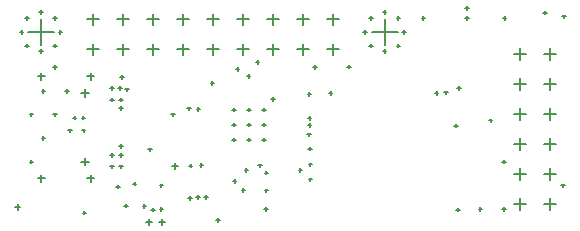
<source format=gbr>
%TF.GenerationSoftware,Altium Limited,Altium Designer,24.10.1 (45)*%
G04 Layer_Color=128*
%FSLAX43Y43*%
%MOMM*%
%TF.SameCoordinates,E964AE8D-A23B-4269-A803-6D3AB4905576*%
%TF.FilePolarity,Positive*%
%TF.FileFunction,Drillmap*%
%TF.Part,Single*%
G01*
G75*
%TA.AperFunction,NonConductor*%
%ADD101C,0.127*%
D101*
X6278Y11890D02*
X6927D01*
X6602Y11565D02*
Y12215D01*
X6278Y6110D02*
X6927D01*
X6602Y5785D02*
Y6435D01*
X6802Y13320D02*
X7403D01*
X7102Y13020D02*
Y13620D01*
X2622Y13320D02*
X3223D01*
X2922Y13020D02*
Y13620D01*
X6802Y4680D02*
X7403D01*
X7102Y4380D02*
Y4980D01*
X2622Y4680D02*
X3223D01*
X2922Y4380D02*
Y4980D01*
X22040Y18140D02*
X23040D01*
X22540Y17640D02*
Y18640D01*
X24580Y18140D02*
X25580D01*
X25080Y17640D02*
Y18640D01*
X19500Y18140D02*
X20500D01*
X20000Y17640D02*
Y18640D01*
X27120Y18140D02*
X28120D01*
X27620Y17640D02*
Y18640D01*
X14420Y18140D02*
X15420D01*
X14920Y17640D02*
Y18640D01*
X16960Y18140D02*
X17960D01*
X17460Y17640D02*
Y18640D01*
X11880Y18140D02*
X12880D01*
X12380Y17640D02*
Y18640D01*
X11880Y15600D02*
X12880D01*
X12380Y15100D02*
Y16100D01*
X9340Y15600D02*
X10340D01*
X9840Y15100D02*
Y16100D01*
X27120Y15600D02*
X28120D01*
X27620Y15100D02*
Y16100D01*
X24580Y15600D02*
X25580D01*
X25080Y15100D02*
Y16100D01*
X16960Y15600D02*
X17960D01*
X17460Y15100D02*
Y16100D01*
X14420Y15600D02*
X15420D01*
X14920Y15100D02*
Y16100D01*
X22040Y15600D02*
X23040D01*
X22540Y15100D02*
Y16100D01*
X19500Y15600D02*
X20500D01*
X20000Y15100D02*
Y16100D01*
X9340Y18140D02*
X10340D01*
X9840Y17640D02*
Y18640D01*
X6800Y15600D02*
X7800D01*
X7300Y15100D02*
Y16100D01*
X6800Y18140D02*
X7800D01*
X7300Y17640D02*
Y18640D01*
X45500Y7580D02*
X46500D01*
X46000Y7080D02*
Y8080D01*
X45500Y10120D02*
X46500D01*
X46000Y9620D02*
Y10620D01*
X45500Y5040D02*
X46500D01*
X46000Y4540D02*
Y5540D01*
X45500Y15200D02*
X46500D01*
X46000Y14700D02*
Y15700D01*
X42960Y15200D02*
X43960D01*
X43460Y14700D02*
Y15700D01*
X45500Y12660D02*
X46500D01*
X46000Y12160D02*
Y13160D01*
X45500Y2500D02*
X46500D01*
X46000Y2000D02*
Y3000D01*
X42960Y2500D02*
X43960D01*
X43460Y2000D02*
Y3000D01*
X42960Y10120D02*
X43960D01*
X43460Y9620D02*
Y10620D01*
X42960Y12660D02*
X43960D01*
X43460Y12160D02*
Y13160D01*
X42960Y5040D02*
X43960D01*
X43460Y4540D02*
Y5540D01*
X42960Y7580D02*
X43960D01*
X43460Y7080D02*
Y8080D01*
X33017Y18267D02*
X33317D01*
X33167Y18117D02*
Y18417D01*
X33500Y17100D02*
X33800D01*
X33650Y16950D02*
Y17250D01*
X31850Y18750D02*
X32150D01*
X32000Y18600D02*
Y18900D01*
X33017Y15933D02*
X33317D01*
X33167Y15783D02*
Y16083D01*
X31850Y15450D02*
X32150D01*
X32000Y15300D02*
Y15600D01*
X30683Y15933D02*
X30983D01*
X30833Y15783D02*
Y16083D01*
X30900Y17100D02*
X33100D01*
X32000Y16000D02*
Y18200D01*
X30683Y18267D02*
X30983D01*
X30833Y18117D02*
Y18417D01*
X30200Y17100D02*
X30500D01*
X30350Y16950D02*
Y17250D01*
X3917Y18267D02*
X4217D01*
X4067Y18117D02*
Y18417D01*
X4400Y17100D02*
X4700D01*
X4550Y16950D02*
Y17250D01*
X2750Y18750D02*
X3050D01*
X2900Y18600D02*
Y18900D01*
X3917Y15933D02*
X4217D01*
X4067Y15783D02*
Y16083D01*
X2750Y15450D02*
X3050D01*
X2900Y15300D02*
Y15600D01*
X1583Y15933D02*
X1883D01*
X1733Y15783D02*
Y16083D01*
X1800Y17100D02*
X4000D01*
X2900Y16000D02*
Y18200D01*
X1583Y18267D02*
X1883D01*
X1733Y18117D02*
Y18417D01*
X1100Y17100D02*
X1400D01*
X1250Y16950D02*
Y17250D01*
X21620Y10513D02*
X21920D01*
X21770Y10363D02*
Y10663D01*
X20350Y9243D02*
X20650D01*
X20500Y9093D02*
Y9393D01*
X20350Y10513D02*
X20650D01*
X20500Y10363D02*
Y10663D01*
X21620Y9243D02*
X21920D01*
X21770Y9093D02*
Y9393D01*
X20350Y7973D02*
X20650D01*
X20500Y7823D02*
Y8123D01*
X21620Y7973D02*
X21920D01*
X21770Y7823D02*
Y8123D01*
X19080Y9243D02*
X19380D01*
X19230Y9093D02*
Y9393D01*
X19080Y10513D02*
X19380D01*
X19230Y10363D02*
Y10663D01*
X19080Y7973D02*
X19380D01*
X19230Y7823D02*
Y8123D01*
X46944Y4094D02*
X47244D01*
X47094Y3944D02*
Y4244D01*
X41944Y6094D02*
X42244D01*
X42094Y5944D02*
Y6244D01*
X41944Y2094D02*
X42244D01*
X42094Y1944D02*
Y2244D01*
X39944Y2094D02*
X40244D01*
X40094Y1944D02*
Y2244D01*
X25944Y14094D02*
X26244D01*
X26094Y13944D02*
Y14244D01*
X13944Y10094D02*
X14244D01*
X14094Y9944D02*
Y10244D01*
X12944Y4094D02*
X13244D01*
X13094Y3944D02*
Y4244D01*
X3944Y14094D02*
X4244D01*
X4094Y13944D02*
Y14244D01*
X4944Y12094D02*
X5244D01*
X5094Y11944D02*
Y12244D01*
X3944Y10094D02*
X4244D01*
X4094Y9944D02*
Y10244D01*
X2944Y12094D02*
X3244D01*
X3094Y11944D02*
Y12244D01*
X1944Y10094D02*
X2244D01*
X2094Y9944D02*
Y10244D01*
X2944Y8094D02*
X3244D01*
X3094Y7944D02*
Y8244D01*
X1944Y6094D02*
X2244D01*
X2094Y5944D02*
Y6244D01*
X45418Y18720D02*
X45718D01*
X45568Y18570D02*
Y18870D01*
X47032Y18404D02*
X47332D01*
X47182Y18254D02*
Y18554D01*
X40820Y9601D02*
X41120D01*
X40970Y9451D02*
Y9751D01*
X37899Y9144D02*
X38199D01*
X38049Y8994D02*
Y9294D01*
X27265Y11906D02*
X27565D01*
X27415Y11756D02*
Y12056D01*
X28831Y14148D02*
X29131D01*
X28981Y13998D02*
Y14298D01*
X25479Y11811D02*
X25779D01*
X25629Y11661D02*
Y11961D01*
X17265Y12745D02*
X17565D01*
X17415Y12595D02*
Y12895D01*
X6333Y9830D02*
X6633D01*
X6483Y9680D02*
Y9980D01*
X6350Y8746D02*
X6650D01*
X6500Y8596D02*
Y8896D01*
X19389Y13923D02*
X19688D01*
X19538Y13773D02*
Y14073D01*
X20329Y13336D02*
X20629D01*
X20479Y13186D02*
Y13486D01*
X21095Y14555D02*
X21395D01*
X21245Y14405D02*
Y14705D01*
X22410Y11401D02*
X22710D01*
X22560Y11251D02*
Y11551D01*
X20145Y5402D02*
X20445D01*
X20295Y5252D02*
Y5552D01*
X24709Y5379D02*
X25009D01*
X24859Y5229D02*
Y5529D01*
X21270Y5784D02*
X21570D01*
X21420Y5634D02*
Y5934D01*
X25561Y5862D02*
X25861D01*
X25711Y5712D02*
Y6012D01*
X25507Y7205D02*
X25807D01*
X25657Y7055D02*
Y7355D01*
X16084Y10572D02*
X16384D01*
X16234Y10422D02*
Y10722D01*
X17750Y1168D02*
X18050D01*
X17900Y1018D02*
Y1318D01*
X38077Y2032D02*
X38377D01*
X38227Y1882D02*
Y2182D01*
X663Y2234D02*
X1163D01*
X913Y1984D02*
Y2484D01*
X36242Y11923D02*
X36542D01*
X36392Y11773D02*
Y12073D01*
X5212Y8740D02*
X5512D01*
X5362Y8590D02*
Y8890D01*
X5604Y9828D02*
X5904D01*
X5754Y9678D02*
Y9978D01*
X15272Y10613D02*
X15572D01*
X15422Y10463D02*
Y10763D01*
X25485Y9812D02*
X25785D01*
X25635Y9662D02*
Y9962D01*
X25485Y9218D02*
X25785D01*
X25635Y9068D02*
Y9368D01*
X12941Y2082D02*
X13241D01*
X13091Y1932D02*
Y2232D01*
X12216Y2047D02*
X12516D01*
X12366Y1897D02*
Y2197D01*
X21825Y5166D02*
X22125D01*
X21975Y5016D02*
Y5316D01*
X9596Y13284D02*
X9896D01*
X9746Y13134D02*
Y13434D01*
X10054Y12219D02*
X10354D01*
X10204Y12069D02*
Y12369D01*
X16329Y5795D02*
X16629D01*
X16479Y5645D02*
Y5945D01*
X15419Y5773D02*
X15719D01*
X15569Y5623D02*
Y5923D01*
X25463Y8405D02*
X25763D01*
X25613Y8255D02*
Y8555D01*
X25559Y4595D02*
X25859D01*
X25709Y4445D02*
Y4745D01*
X21811Y2110D02*
X22111D01*
X21961Y1960D02*
Y2260D01*
X21837Y3666D02*
X22137D01*
X21987Y3516D02*
Y3816D01*
X14015Y5730D02*
X14515D01*
X14265Y5480D02*
Y5980D01*
X12889Y1008D02*
X13389D01*
X13139Y758D02*
Y1258D01*
X11762Y1008D02*
X12262D01*
X12012Y758D02*
Y1258D01*
X11983Y7147D02*
X12283D01*
X12133Y6997D02*
Y7297D01*
X10675Y4248D02*
X10975D01*
X10825Y4098D02*
Y4398D01*
X9286Y3984D02*
X9586D01*
X9436Y3834D02*
Y4134D01*
X11499Y2342D02*
X11799D01*
X11649Y2192D02*
Y2492D01*
X9965Y2369D02*
X10265D01*
X10115Y2219D02*
Y2519D01*
X16724Y3093D02*
X17024D01*
X16874Y2943D02*
Y3243D01*
X16031Y3086D02*
X16331D01*
X16181Y2936D02*
Y3236D01*
X15355Y3042D02*
X15655D01*
X15505Y2892D02*
Y3192D01*
X19878Y3701D02*
X20178D01*
X20028Y3551D02*
Y3851D01*
X19138Y4452D02*
X19438D01*
X19288Y4302D02*
Y4602D01*
X6420Y1777D02*
X6720D01*
X6570Y1627D02*
Y1927D01*
X9502Y11355D02*
X9802D01*
X9652Y11205D02*
Y11505D01*
X9502Y10644D02*
X9802D01*
X9652Y10494D02*
Y10794D01*
X8765Y11355D02*
X9065D01*
X8915Y11205D02*
Y11505D01*
X8765Y12319D02*
X9065D01*
X8915Y12169D02*
Y12469D01*
X8765Y6669D02*
X9065D01*
X8915Y6519D02*
Y6819D01*
X9502Y6669D02*
X9802D01*
X9652Y6519D02*
Y6819D01*
X9502Y7406D02*
X9802D01*
X9652Y7256D02*
Y7556D01*
X8765Y5705D02*
X9065D01*
X8915Y5555D02*
Y5855D01*
X9502Y5705D02*
X9802D01*
X9652Y5555D02*
Y5855D01*
X9437Y12322D02*
X9737D01*
X9587Y12172D02*
Y12472D01*
X38803Y19092D02*
X39103D01*
X38953Y18942D02*
Y19242D01*
X38805Y18274D02*
X39105D01*
X38955Y18124D02*
Y18424D01*
X38143Y12333D02*
X38443D01*
X38293Y12183D02*
Y12483D01*
X37052Y11955D02*
X37352D01*
X37202Y11805D02*
Y12105D01*
X41995Y18265D02*
X42295D01*
X42145Y18115D02*
Y18415D01*
X35122Y18243D02*
X35422D01*
X35272Y18093D02*
Y18393D01*
%TF.MD5,941c04ea0a1aa03eb4095e0758680397*%
M02*

</source>
